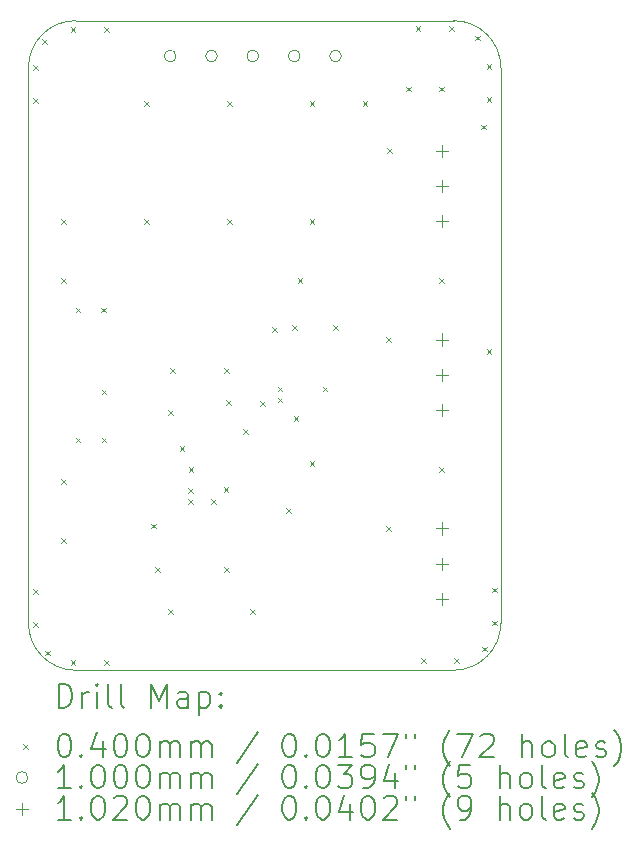
<source format=gbr>
%TF.GenerationSoftware,KiCad,Pcbnew,7.0.9*%
%TF.CreationDate,2023-11-20T14:24:11-06:00*%
%TF.ProjectId,Telemetry-Peripheral-SOM-Daughterboard-IMU,54656c65-6d65-4747-9279-2d5065726970,rev?*%
%TF.SameCoordinates,Original*%
%TF.FileFunction,Drillmap*%
%TF.FilePolarity,Positive*%
%FSLAX45Y45*%
G04 Gerber Fmt 4.5, Leading zero omitted, Abs format (unit mm)*
G04 Created by KiCad (PCBNEW 7.0.9) date 2023-11-20 14:24:11*
%MOMM*%
%LPD*%
G01*
G04 APERTURE LIST*
%ADD10C,0.100000*%
%ADD11C,0.200000*%
%ADD12C,0.102000*%
G04 APERTURE END LIST*
D10*
X18200000Y-11600000D02*
G75*
G03*
X18600000Y-11200000I0J400000D01*
G01*
X18600000Y-6500000D02*
G75*
G03*
X18200000Y-6100000I-400000J0D01*
G01*
X15000000Y-6100000D02*
G75*
G03*
X14600000Y-6500000I0J-400000D01*
G01*
X14600000Y-11200000D02*
G75*
G03*
X15000000Y-11600000I400000J0D01*
G01*
X14600000Y-11200000D02*
X14600000Y-6500000D01*
X15000000Y-6100000D02*
X18200000Y-6100000D01*
X18600000Y-6500000D02*
X18600000Y-11200000D01*
X18200000Y-11600000D02*
X15000000Y-11600000D01*
D11*
D10*
X14638383Y-6476256D02*
X14678383Y-6516256D01*
X14678383Y-6476256D02*
X14638383Y-6516256D01*
X14638383Y-6756256D02*
X14678383Y-6796256D01*
X14678383Y-6756256D02*
X14638383Y-6796256D01*
X14638553Y-10915564D02*
X14678553Y-10955564D01*
X14678553Y-10915564D02*
X14638553Y-10955564D01*
X14638553Y-11195564D02*
X14678553Y-11235564D01*
X14678553Y-11195564D02*
X14638553Y-11235564D01*
X14718383Y-6256256D02*
X14758383Y-6296256D01*
X14758383Y-6256256D02*
X14718383Y-6296256D01*
X14739418Y-11433761D02*
X14779418Y-11473761D01*
X14779418Y-11433761D02*
X14739418Y-11473761D01*
X14880000Y-7780000D02*
X14920000Y-7820000D01*
X14920000Y-7780000D02*
X14880000Y-7820000D01*
X14880000Y-8280000D02*
X14920000Y-8320000D01*
X14920000Y-8280000D02*
X14880000Y-8320000D01*
X14880000Y-9980000D02*
X14920000Y-10020000D01*
X14920000Y-9980000D02*
X14880000Y-10020000D01*
X14880000Y-10480000D02*
X14920000Y-10520000D01*
X14920000Y-10480000D02*
X14880000Y-10520000D01*
X14958383Y-6156256D02*
X14998383Y-6196256D01*
X14998383Y-6156256D02*
X14958383Y-6196256D01*
X14958553Y-11515564D02*
X14998553Y-11555564D01*
X14998553Y-11515564D02*
X14958553Y-11555564D01*
X15000000Y-8530000D02*
X15040000Y-8570000D01*
X15040000Y-8530000D02*
X15000000Y-8570000D01*
X15000000Y-9630000D02*
X15040000Y-9670000D01*
X15040000Y-9630000D02*
X15000000Y-9670000D01*
X15215000Y-8530000D02*
X15255000Y-8570000D01*
X15255000Y-8530000D02*
X15215000Y-8570000D01*
X15220000Y-9225000D02*
X15260000Y-9265000D01*
X15260000Y-9225000D02*
X15220000Y-9265000D01*
X15220000Y-9630000D02*
X15260000Y-9670000D01*
X15260000Y-9630000D02*
X15220000Y-9670000D01*
X15238383Y-6156256D02*
X15278383Y-6196256D01*
X15278383Y-6156256D02*
X15238383Y-6196256D01*
X15238553Y-11515564D02*
X15278553Y-11555564D01*
X15278553Y-11515564D02*
X15238553Y-11555564D01*
X15580000Y-6780000D02*
X15620000Y-6820000D01*
X15620000Y-6780000D02*
X15580000Y-6820000D01*
X15580000Y-7780000D02*
X15620000Y-7820000D01*
X15620000Y-7780000D02*
X15580000Y-7820000D01*
X15640000Y-10360000D02*
X15680000Y-10400000D01*
X15680000Y-10360000D02*
X15640000Y-10400000D01*
X15673140Y-10730000D02*
X15713140Y-10770000D01*
X15713140Y-10730000D02*
X15673140Y-10770000D01*
X15780000Y-9400000D02*
X15820000Y-9440000D01*
X15820000Y-9400000D02*
X15780000Y-9440000D01*
X15780000Y-11080000D02*
X15820000Y-11120000D01*
X15820000Y-11080000D02*
X15780000Y-11120000D01*
X15800000Y-9040000D02*
X15840000Y-9080000D01*
X15840000Y-9040000D02*
X15800000Y-9080000D01*
X15880000Y-9705000D02*
X15920000Y-9745000D01*
X15920000Y-9705000D02*
X15880000Y-9745000D01*
X15953951Y-10150147D02*
X15993951Y-10190147D01*
X15993951Y-10150147D02*
X15953951Y-10190147D01*
X15954723Y-10057500D02*
X15994723Y-10097500D01*
X15994723Y-10057500D02*
X15954723Y-10097500D01*
X15957350Y-9880000D02*
X15997350Y-9920000D01*
X15997350Y-9880000D02*
X15957350Y-9920000D01*
X16150000Y-10150000D02*
X16190000Y-10190000D01*
X16190000Y-10150000D02*
X16150000Y-10190000D01*
X16252650Y-10050000D02*
X16292650Y-10090000D01*
X16292650Y-10050000D02*
X16252650Y-10090000D01*
X16255000Y-10730000D02*
X16295000Y-10770000D01*
X16295000Y-10730000D02*
X16255000Y-10770000D01*
X16260000Y-9040000D02*
X16300000Y-9080000D01*
X16300000Y-9040000D02*
X16260000Y-9080000D01*
X16273646Y-9314569D02*
X16313646Y-9354569D01*
X16313646Y-9314569D02*
X16273646Y-9354569D01*
X16280000Y-6780000D02*
X16320000Y-6820000D01*
X16320000Y-6780000D02*
X16280000Y-6820000D01*
X16280000Y-7780000D02*
X16320000Y-7820000D01*
X16320000Y-7780000D02*
X16280000Y-7820000D01*
X16415000Y-9560000D02*
X16455000Y-9600000D01*
X16455000Y-9560000D02*
X16415000Y-9600000D01*
X16480000Y-11080000D02*
X16520000Y-11120000D01*
X16520000Y-11080000D02*
X16480000Y-11120000D01*
X16560000Y-9320000D02*
X16600000Y-9360000D01*
X16600000Y-9320000D02*
X16560000Y-9360000D01*
X16666364Y-8693636D02*
X16706364Y-8733636D01*
X16706364Y-8693636D02*
X16666364Y-8733636D01*
X16710000Y-9200000D02*
X16750000Y-9240000D01*
X16750000Y-9200000D02*
X16710000Y-9240000D01*
X16710000Y-9292650D02*
X16750000Y-9332650D01*
X16750000Y-9292650D02*
X16710000Y-9332650D01*
X16780000Y-10230000D02*
X16820000Y-10270000D01*
X16820000Y-10230000D02*
X16780000Y-10270000D01*
X16830000Y-8680000D02*
X16870000Y-8720000D01*
X16870000Y-8680000D02*
X16830000Y-8720000D01*
X16845000Y-9447450D02*
X16885000Y-9487450D01*
X16885000Y-9447450D02*
X16845000Y-9487450D01*
X16880000Y-8280000D02*
X16920000Y-8320000D01*
X16920000Y-8280000D02*
X16880000Y-8320000D01*
X16980000Y-6780000D02*
X17020000Y-6820000D01*
X17020000Y-6780000D02*
X16980000Y-6820000D01*
X16980000Y-7780000D02*
X17020000Y-7820000D01*
X17020000Y-7780000D02*
X16980000Y-7820000D01*
X16980000Y-9830000D02*
X17020000Y-9870000D01*
X17020000Y-9830000D02*
X16980000Y-9870000D01*
X17090000Y-9200000D02*
X17130000Y-9240000D01*
X17130000Y-9200000D02*
X17090000Y-9240000D01*
X17180000Y-8680000D02*
X17220000Y-8720000D01*
X17220000Y-8680000D02*
X17180000Y-8720000D01*
X17430000Y-6780000D02*
X17470000Y-6820000D01*
X17470000Y-6780000D02*
X17430000Y-6820000D01*
X17630000Y-8780000D02*
X17670000Y-8820000D01*
X17670000Y-8780000D02*
X17630000Y-8820000D01*
X17630000Y-10380000D02*
X17670000Y-10420000D01*
X17670000Y-10380000D02*
X17630000Y-10420000D01*
X17635000Y-7180000D02*
X17675000Y-7220000D01*
X17675000Y-7180000D02*
X17635000Y-7220000D01*
X17800000Y-6660000D02*
X17840000Y-6700000D01*
X17840000Y-6660000D02*
X17800000Y-6700000D01*
X17879383Y-6147522D02*
X17919383Y-6187522D01*
X17919383Y-6147522D02*
X17879383Y-6187522D01*
X17923607Y-11500309D02*
X17963607Y-11540309D01*
X17963607Y-11500309D02*
X17923607Y-11540309D01*
X18080000Y-6660000D02*
X18120000Y-6700000D01*
X18120000Y-6660000D02*
X18080000Y-6700000D01*
X18080000Y-8280000D02*
X18120000Y-8320000D01*
X18120000Y-8280000D02*
X18080000Y-8320000D01*
X18080000Y-9880000D02*
X18120000Y-9920000D01*
X18120000Y-9880000D02*
X18080000Y-9920000D01*
X18159383Y-6147522D02*
X18199383Y-6187522D01*
X18199383Y-6147522D02*
X18159383Y-6187522D01*
X18203607Y-11500309D02*
X18243607Y-11540309D01*
X18243607Y-11500309D02*
X18203607Y-11540309D01*
X18379383Y-6227522D02*
X18419383Y-6267522D01*
X18419383Y-6227522D02*
X18379383Y-6267522D01*
X18430000Y-6980000D02*
X18470000Y-7020000D01*
X18470000Y-6980000D02*
X18430000Y-7020000D01*
X18443607Y-11400309D02*
X18483607Y-11440309D01*
X18483607Y-11400309D02*
X18443607Y-11440309D01*
X18479383Y-6467522D02*
X18519383Y-6507522D01*
X18519383Y-6467522D02*
X18479383Y-6507522D01*
X18479383Y-6747522D02*
X18519383Y-6787522D01*
X18519383Y-6747522D02*
X18479383Y-6787522D01*
X18480000Y-8880000D02*
X18520000Y-8920000D01*
X18520000Y-8880000D02*
X18480000Y-8920000D01*
X18523607Y-10900310D02*
X18563607Y-10940310D01*
X18563607Y-10900310D02*
X18523607Y-10940310D01*
X18523607Y-11180310D02*
X18563607Y-11220309D01*
X18563607Y-11180310D02*
X18523607Y-11220309D01*
X15850000Y-6400000D02*
G75*
G03*
X15850000Y-6400000I-50000J0D01*
G01*
X16200000Y-6400000D02*
G75*
G03*
X16200000Y-6400000I-50000J0D01*
G01*
X16550000Y-6400000D02*
G75*
G03*
X16550000Y-6400000I-50000J0D01*
G01*
X16900000Y-6400000D02*
G75*
G03*
X16900000Y-6400000I-50000J0D01*
G01*
X17250000Y-6400000D02*
G75*
G03*
X17250000Y-6400000I-50000J0D01*
G01*
D12*
X18100000Y-7149000D02*
X18100000Y-7251000D01*
X18049000Y-7200000D02*
X18151000Y-7200000D01*
X18100000Y-7449000D02*
X18100000Y-7551000D01*
X18049000Y-7500000D02*
X18151000Y-7500000D01*
X18100000Y-7749000D02*
X18100000Y-7851000D01*
X18049000Y-7800000D02*
X18151000Y-7800000D01*
X18100000Y-8749000D02*
X18100000Y-8851000D01*
X18049000Y-8800000D02*
X18151000Y-8800000D01*
X18100000Y-9049000D02*
X18100000Y-9151000D01*
X18049000Y-9100000D02*
X18151000Y-9100000D01*
X18100000Y-9349000D02*
X18100000Y-9451000D01*
X18049000Y-9400000D02*
X18151000Y-9400000D01*
X18100000Y-10349000D02*
X18100000Y-10451000D01*
X18049000Y-10400000D02*
X18151000Y-10400000D01*
X18100000Y-10649000D02*
X18100000Y-10751000D01*
X18049000Y-10700000D02*
X18151000Y-10700000D01*
X18100000Y-10949000D02*
X18100000Y-11051000D01*
X18049000Y-11000000D02*
X18151000Y-11000000D01*
D11*
X14855777Y-11916484D02*
X14855777Y-11716484D01*
X14855777Y-11716484D02*
X14903396Y-11716484D01*
X14903396Y-11716484D02*
X14931967Y-11726008D01*
X14931967Y-11726008D02*
X14951015Y-11745055D01*
X14951015Y-11745055D02*
X14960539Y-11764103D01*
X14960539Y-11764103D02*
X14970062Y-11802198D01*
X14970062Y-11802198D02*
X14970062Y-11830769D01*
X14970062Y-11830769D02*
X14960539Y-11868865D01*
X14960539Y-11868865D02*
X14951015Y-11887912D01*
X14951015Y-11887912D02*
X14931967Y-11906960D01*
X14931967Y-11906960D02*
X14903396Y-11916484D01*
X14903396Y-11916484D02*
X14855777Y-11916484D01*
X15055777Y-11916484D02*
X15055777Y-11783150D01*
X15055777Y-11821246D02*
X15065301Y-11802198D01*
X15065301Y-11802198D02*
X15074824Y-11792674D01*
X15074824Y-11792674D02*
X15093872Y-11783150D01*
X15093872Y-11783150D02*
X15112920Y-11783150D01*
X15179586Y-11916484D02*
X15179586Y-11783150D01*
X15179586Y-11716484D02*
X15170062Y-11726008D01*
X15170062Y-11726008D02*
X15179586Y-11735531D01*
X15179586Y-11735531D02*
X15189110Y-11726008D01*
X15189110Y-11726008D02*
X15179586Y-11716484D01*
X15179586Y-11716484D02*
X15179586Y-11735531D01*
X15303396Y-11916484D02*
X15284348Y-11906960D01*
X15284348Y-11906960D02*
X15274824Y-11887912D01*
X15274824Y-11887912D02*
X15274824Y-11716484D01*
X15408158Y-11916484D02*
X15389110Y-11906960D01*
X15389110Y-11906960D02*
X15379586Y-11887912D01*
X15379586Y-11887912D02*
X15379586Y-11716484D01*
X15636729Y-11916484D02*
X15636729Y-11716484D01*
X15636729Y-11716484D02*
X15703396Y-11859341D01*
X15703396Y-11859341D02*
X15770062Y-11716484D01*
X15770062Y-11716484D02*
X15770062Y-11916484D01*
X15951015Y-11916484D02*
X15951015Y-11811722D01*
X15951015Y-11811722D02*
X15941491Y-11792674D01*
X15941491Y-11792674D02*
X15922443Y-11783150D01*
X15922443Y-11783150D02*
X15884348Y-11783150D01*
X15884348Y-11783150D02*
X15865301Y-11792674D01*
X15951015Y-11906960D02*
X15931967Y-11916484D01*
X15931967Y-11916484D02*
X15884348Y-11916484D01*
X15884348Y-11916484D02*
X15865301Y-11906960D01*
X15865301Y-11906960D02*
X15855777Y-11887912D01*
X15855777Y-11887912D02*
X15855777Y-11868865D01*
X15855777Y-11868865D02*
X15865301Y-11849817D01*
X15865301Y-11849817D02*
X15884348Y-11840293D01*
X15884348Y-11840293D02*
X15931967Y-11840293D01*
X15931967Y-11840293D02*
X15951015Y-11830769D01*
X16046253Y-11783150D02*
X16046253Y-11983150D01*
X16046253Y-11792674D02*
X16065301Y-11783150D01*
X16065301Y-11783150D02*
X16103396Y-11783150D01*
X16103396Y-11783150D02*
X16122443Y-11792674D01*
X16122443Y-11792674D02*
X16131967Y-11802198D01*
X16131967Y-11802198D02*
X16141491Y-11821246D01*
X16141491Y-11821246D02*
X16141491Y-11878388D01*
X16141491Y-11878388D02*
X16131967Y-11897436D01*
X16131967Y-11897436D02*
X16122443Y-11906960D01*
X16122443Y-11906960D02*
X16103396Y-11916484D01*
X16103396Y-11916484D02*
X16065301Y-11916484D01*
X16065301Y-11916484D02*
X16046253Y-11906960D01*
X16227205Y-11897436D02*
X16236729Y-11906960D01*
X16236729Y-11906960D02*
X16227205Y-11916484D01*
X16227205Y-11916484D02*
X16217682Y-11906960D01*
X16217682Y-11906960D02*
X16227205Y-11897436D01*
X16227205Y-11897436D02*
X16227205Y-11916484D01*
X16227205Y-11792674D02*
X16236729Y-11802198D01*
X16236729Y-11802198D02*
X16227205Y-11811722D01*
X16227205Y-11811722D02*
X16217682Y-11802198D01*
X16217682Y-11802198D02*
X16227205Y-11792674D01*
X16227205Y-11792674D02*
X16227205Y-11811722D01*
D10*
X14555000Y-12225000D02*
X14595000Y-12265000D01*
X14595000Y-12225000D02*
X14555000Y-12265000D01*
D11*
X14893872Y-12136484D02*
X14912920Y-12136484D01*
X14912920Y-12136484D02*
X14931967Y-12146008D01*
X14931967Y-12146008D02*
X14941491Y-12155531D01*
X14941491Y-12155531D02*
X14951015Y-12174579D01*
X14951015Y-12174579D02*
X14960539Y-12212674D01*
X14960539Y-12212674D02*
X14960539Y-12260293D01*
X14960539Y-12260293D02*
X14951015Y-12298388D01*
X14951015Y-12298388D02*
X14941491Y-12317436D01*
X14941491Y-12317436D02*
X14931967Y-12326960D01*
X14931967Y-12326960D02*
X14912920Y-12336484D01*
X14912920Y-12336484D02*
X14893872Y-12336484D01*
X14893872Y-12336484D02*
X14874824Y-12326960D01*
X14874824Y-12326960D02*
X14865301Y-12317436D01*
X14865301Y-12317436D02*
X14855777Y-12298388D01*
X14855777Y-12298388D02*
X14846253Y-12260293D01*
X14846253Y-12260293D02*
X14846253Y-12212674D01*
X14846253Y-12212674D02*
X14855777Y-12174579D01*
X14855777Y-12174579D02*
X14865301Y-12155531D01*
X14865301Y-12155531D02*
X14874824Y-12146008D01*
X14874824Y-12146008D02*
X14893872Y-12136484D01*
X15046253Y-12317436D02*
X15055777Y-12326960D01*
X15055777Y-12326960D02*
X15046253Y-12336484D01*
X15046253Y-12336484D02*
X15036729Y-12326960D01*
X15036729Y-12326960D02*
X15046253Y-12317436D01*
X15046253Y-12317436D02*
X15046253Y-12336484D01*
X15227205Y-12203150D02*
X15227205Y-12336484D01*
X15179586Y-12126960D02*
X15131967Y-12269817D01*
X15131967Y-12269817D02*
X15255777Y-12269817D01*
X15370062Y-12136484D02*
X15389110Y-12136484D01*
X15389110Y-12136484D02*
X15408158Y-12146008D01*
X15408158Y-12146008D02*
X15417682Y-12155531D01*
X15417682Y-12155531D02*
X15427205Y-12174579D01*
X15427205Y-12174579D02*
X15436729Y-12212674D01*
X15436729Y-12212674D02*
X15436729Y-12260293D01*
X15436729Y-12260293D02*
X15427205Y-12298388D01*
X15427205Y-12298388D02*
X15417682Y-12317436D01*
X15417682Y-12317436D02*
X15408158Y-12326960D01*
X15408158Y-12326960D02*
X15389110Y-12336484D01*
X15389110Y-12336484D02*
X15370062Y-12336484D01*
X15370062Y-12336484D02*
X15351015Y-12326960D01*
X15351015Y-12326960D02*
X15341491Y-12317436D01*
X15341491Y-12317436D02*
X15331967Y-12298388D01*
X15331967Y-12298388D02*
X15322443Y-12260293D01*
X15322443Y-12260293D02*
X15322443Y-12212674D01*
X15322443Y-12212674D02*
X15331967Y-12174579D01*
X15331967Y-12174579D02*
X15341491Y-12155531D01*
X15341491Y-12155531D02*
X15351015Y-12146008D01*
X15351015Y-12146008D02*
X15370062Y-12136484D01*
X15560539Y-12136484D02*
X15579586Y-12136484D01*
X15579586Y-12136484D02*
X15598634Y-12146008D01*
X15598634Y-12146008D02*
X15608158Y-12155531D01*
X15608158Y-12155531D02*
X15617682Y-12174579D01*
X15617682Y-12174579D02*
X15627205Y-12212674D01*
X15627205Y-12212674D02*
X15627205Y-12260293D01*
X15627205Y-12260293D02*
X15617682Y-12298388D01*
X15617682Y-12298388D02*
X15608158Y-12317436D01*
X15608158Y-12317436D02*
X15598634Y-12326960D01*
X15598634Y-12326960D02*
X15579586Y-12336484D01*
X15579586Y-12336484D02*
X15560539Y-12336484D01*
X15560539Y-12336484D02*
X15541491Y-12326960D01*
X15541491Y-12326960D02*
X15531967Y-12317436D01*
X15531967Y-12317436D02*
X15522443Y-12298388D01*
X15522443Y-12298388D02*
X15512920Y-12260293D01*
X15512920Y-12260293D02*
X15512920Y-12212674D01*
X15512920Y-12212674D02*
X15522443Y-12174579D01*
X15522443Y-12174579D02*
X15531967Y-12155531D01*
X15531967Y-12155531D02*
X15541491Y-12146008D01*
X15541491Y-12146008D02*
X15560539Y-12136484D01*
X15712920Y-12336484D02*
X15712920Y-12203150D01*
X15712920Y-12222198D02*
X15722443Y-12212674D01*
X15722443Y-12212674D02*
X15741491Y-12203150D01*
X15741491Y-12203150D02*
X15770063Y-12203150D01*
X15770063Y-12203150D02*
X15789110Y-12212674D01*
X15789110Y-12212674D02*
X15798634Y-12231722D01*
X15798634Y-12231722D02*
X15798634Y-12336484D01*
X15798634Y-12231722D02*
X15808158Y-12212674D01*
X15808158Y-12212674D02*
X15827205Y-12203150D01*
X15827205Y-12203150D02*
X15855777Y-12203150D01*
X15855777Y-12203150D02*
X15874824Y-12212674D01*
X15874824Y-12212674D02*
X15884348Y-12231722D01*
X15884348Y-12231722D02*
X15884348Y-12336484D01*
X15979586Y-12336484D02*
X15979586Y-12203150D01*
X15979586Y-12222198D02*
X15989110Y-12212674D01*
X15989110Y-12212674D02*
X16008158Y-12203150D01*
X16008158Y-12203150D02*
X16036729Y-12203150D01*
X16036729Y-12203150D02*
X16055777Y-12212674D01*
X16055777Y-12212674D02*
X16065301Y-12231722D01*
X16065301Y-12231722D02*
X16065301Y-12336484D01*
X16065301Y-12231722D02*
X16074824Y-12212674D01*
X16074824Y-12212674D02*
X16093872Y-12203150D01*
X16093872Y-12203150D02*
X16122443Y-12203150D01*
X16122443Y-12203150D02*
X16141491Y-12212674D01*
X16141491Y-12212674D02*
X16151015Y-12231722D01*
X16151015Y-12231722D02*
X16151015Y-12336484D01*
X16541491Y-12126960D02*
X16370063Y-12384103D01*
X16798634Y-12136484D02*
X16817682Y-12136484D01*
X16817682Y-12136484D02*
X16836729Y-12146008D01*
X16836729Y-12146008D02*
X16846253Y-12155531D01*
X16846253Y-12155531D02*
X16855777Y-12174579D01*
X16855777Y-12174579D02*
X16865301Y-12212674D01*
X16865301Y-12212674D02*
X16865301Y-12260293D01*
X16865301Y-12260293D02*
X16855777Y-12298388D01*
X16855777Y-12298388D02*
X16846253Y-12317436D01*
X16846253Y-12317436D02*
X16836729Y-12326960D01*
X16836729Y-12326960D02*
X16817682Y-12336484D01*
X16817682Y-12336484D02*
X16798634Y-12336484D01*
X16798634Y-12336484D02*
X16779587Y-12326960D01*
X16779587Y-12326960D02*
X16770063Y-12317436D01*
X16770063Y-12317436D02*
X16760539Y-12298388D01*
X16760539Y-12298388D02*
X16751015Y-12260293D01*
X16751015Y-12260293D02*
X16751015Y-12212674D01*
X16751015Y-12212674D02*
X16760539Y-12174579D01*
X16760539Y-12174579D02*
X16770063Y-12155531D01*
X16770063Y-12155531D02*
X16779587Y-12146008D01*
X16779587Y-12146008D02*
X16798634Y-12136484D01*
X16951015Y-12317436D02*
X16960539Y-12326960D01*
X16960539Y-12326960D02*
X16951015Y-12336484D01*
X16951015Y-12336484D02*
X16941491Y-12326960D01*
X16941491Y-12326960D02*
X16951015Y-12317436D01*
X16951015Y-12317436D02*
X16951015Y-12336484D01*
X17084348Y-12136484D02*
X17103396Y-12136484D01*
X17103396Y-12136484D02*
X17122444Y-12146008D01*
X17122444Y-12146008D02*
X17131968Y-12155531D01*
X17131968Y-12155531D02*
X17141491Y-12174579D01*
X17141491Y-12174579D02*
X17151015Y-12212674D01*
X17151015Y-12212674D02*
X17151015Y-12260293D01*
X17151015Y-12260293D02*
X17141491Y-12298388D01*
X17141491Y-12298388D02*
X17131968Y-12317436D01*
X17131968Y-12317436D02*
X17122444Y-12326960D01*
X17122444Y-12326960D02*
X17103396Y-12336484D01*
X17103396Y-12336484D02*
X17084348Y-12336484D01*
X17084348Y-12336484D02*
X17065301Y-12326960D01*
X17065301Y-12326960D02*
X17055777Y-12317436D01*
X17055777Y-12317436D02*
X17046253Y-12298388D01*
X17046253Y-12298388D02*
X17036729Y-12260293D01*
X17036729Y-12260293D02*
X17036729Y-12212674D01*
X17036729Y-12212674D02*
X17046253Y-12174579D01*
X17046253Y-12174579D02*
X17055777Y-12155531D01*
X17055777Y-12155531D02*
X17065301Y-12146008D01*
X17065301Y-12146008D02*
X17084348Y-12136484D01*
X17341491Y-12336484D02*
X17227206Y-12336484D01*
X17284348Y-12336484D02*
X17284348Y-12136484D01*
X17284348Y-12136484D02*
X17265301Y-12165055D01*
X17265301Y-12165055D02*
X17246253Y-12184103D01*
X17246253Y-12184103D02*
X17227206Y-12193627D01*
X17522444Y-12136484D02*
X17427206Y-12136484D01*
X17427206Y-12136484D02*
X17417682Y-12231722D01*
X17417682Y-12231722D02*
X17427206Y-12222198D01*
X17427206Y-12222198D02*
X17446253Y-12212674D01*
X17446253Y-12212674D02*
X17493872Y-12212674D01*
X17493872Y-12212674D02*
X17512920Y-12222198D01*
X17512920Y-12222198D02*
X17522444Y-12231722D01*
X17522444Y-12231722D02*
X17531968Y-12250769D01*
X17531968Y-12250769D02*
X17531968Y-12298388D01*
X17531968Y-12298388D02*
X17522444Y-12317436D01*
X17522444Y-12317436D02*
X17512920Y-12326960D01*
X17512920Y-12326960D02*
X17493872Y-12336484D01*
X17493872Y-12336484D02*
X17446253Y-12336484D01*
X17446253Y-12336484D02*
X17427206Y-12326960D01*
X17427206Y-12326960D02*
X17417682Y-12317436D01*
X17598634Y-12136484D02*
X17731968Y-12136484D01*
X17731968Y-12136484D02*
X17646253Y-12336484D01*
X17798634Y-12136484D02*
X17798634Y-12174579D01*
X17874825Y-12136484D02*
X17874825Y-12174579D01*
X18170063Y-12412674D02*
X18160539Y-12403150D01*
X18160539Y-12403150D02*
X18141491Y-12374579D01*
X18141491Y-12374579D02*
X18131968Y-12355531D01*
X18131968Y-12355531D02*
X18122444Y-12326960D01*
X18122444Y-12326960D02*
X18112920Y-12279341D01*
X18112920Y-12279341D02*
X18112920Y-12241246D01*
X18112920Y-12241246D02*
X18122444Y-12193627D01*
X18122444Y-12193627D02*
X18131968Y-12165055D01*
X18131968Y-12165055D02*
X18141491Y-12146008D01*
X18141491Y-12146008D02*
X18160539Y-12117436D01*
X18160539Y-12117436D02*
X18170063Y-12107912D01*
X18227206Y-12136484D02*
X18360539Y-12136484D01*
X18360539Y-12136484D02*
X18274825Y-12336484D01*
X18427206Y-12155531D02*
X18436730Y-12146008D01*
X18436730Y-12146008D02*
X18455777Y-12136484D01*
X18455777Y-12136484D02*
X18503396Y-12136484D01*
X18503396Y-12136484D02*
X18522444Y-12146008D01*
X18522444Y-12146008D02*
X18531968Y-12155531D01*
X18531968Y-12155531D02*
X18541491Y-12174579D01*
X18541491Y-12174579D02*
X18541491Y-12193627D01*
X18541491Y-12193627D02*
X18531968Y-12222198D01*
X18531968Y-12222198D02*
X18417682Y-12336484D01*
X18417682Y-12336484D02*
X18541491Y-12336484D01*
X18779587Y-12336484D02*
X18779587Y-12136484D01*
X18865301Y-12336484D02*
X18865301Y-12231722D01*
X18865301Y-12231722D02*
X18855777Y-12212674D01*
X18855777Y-12212674D02*
X18836730Y-12203150D01*
X18836730Y-12203150D02*
X18808158Y-12203150D01*
X18808158Y-12203150D02*
X18789111Y-12212674D01*
X18789111Y-12212674D02*
X18779587Y-12222198D01*
X18989111Y-12336484D02*
X18970063Y-12326960D01*
X18970063Y-12326960D02*
X18960539Y-12317436D01*
X18960539Y-12317436D02*
X18951015Y-12298388D01*
X18951015Y-12298388D02*
X18951015Y-12241246D01*
X18951015Y-12241246D02*
X18960539Y-12222198D01*
X18960539Y-12222198D02*
X18970063Y-12212674D01*
X18970063Y-12212674D02*
X18989111Y-12203150D01*
X18989111Y-12203150D02*
X19017682Y-12203150D01*
X19017682Y-12203150D02*
X19036730Y-12212674D01*
X19036730Y-12212674D02*
X19046253Y-12222198D01*
X19046253Y-12222198D02*
X19055777Y-12241246D01*
X19055777Y-12241246D02*
X19055777Y-12298388D01*
X19055777Y-12298388D02*
X19046253Y-12317436D01*
X19046253Y-12317436D02*
X19036730Y-12326960D01*
X19036730Y-12326960D02*
X19017682Y-12336484D01*
X19017682Y-12336484D02*
X18989111Y-12336484D01*
X19170063Y-12336484D02*
X19151015Y-12326960D01*
X19151015Y-12326960D02*
X19141492Y-12307912D01*
X19141492Y-12307912D02*
X19141492Y-12136484D01*
X19322444Y-12326960D02*
X19303396Y-12336484D01*
X19303396Y-12336484D02*
X19265301Y-12336484D01*
X19265301Y-12336484D02*
X19246253Y-12326960D01*
X19246253Y-12326960D02*
X19236730Y-12307912D01*
X19236730Y-12307912D02*
X19236730Y-12231722D01*
X19236730Y-12231722D02*
X19246253Y-12212674D01*
X19246253Y-12212674D02*
X19265301Y-12203150D01*
X19265301Y-12203150D02*
X19303396Y-12203150D01*
X19303396Y-12203150D02*
X19322444Y-12212674D01*
X19322444Y-12212674D02*
X19331968Y-12231722D01*
X19331968Y-12231722D02*
X19331968Y-12250769D01*
X19331968Y-12250769D02*
X19236730Y-12269817D01*
X19408158Y-12326960D02*
X19427206Y-12336484D01*
X19427206Y-12336484D02*
X19465301Y-12336484D01*
X19465301Y-12336484D02*
X19484349Y-12326960D01*
X19484349Y-12326960D02*
X19493873Y-12307912D01*
X19493873Y-12307912D02*
X19493873Y-12298388D01*
X19493873Y-12298388D02*
X19484349Y-12279341D01*
X19484349Y-12279341D02*
X19465301Y-12269817D01*
X19465301Y-12269817D02*
X19436730Y-12269817D01*
X19436730Y-12269817D02*
X19417682Y-12260293D01*
X19417682Y-12260293D02*
X19408158Y-12241246D01*
X19408158Y-12241246D02*
X19408158Y-12231722D01*
X19408158Y-12231722D02*
X19417682Y-12212674D01*
X19417682Y-12212674D02*
X19436730Y-12203150D01*
X19436730Y-12203150D02*
X19465301Y-12203150D01*
X19465301Y-12203150D02*
X19484349Y-12212674D01*
X19560539Y-12412674D02*
X19570063Y-12403150D01*
X19570063Y-12403150D02*
X19589111Y-12374579D01*
X19589111Y-12374579D02*
X19598634Y-12355531D01*
X19598634Y-12355531D02*
X19608158Y-12326960D01*
X19608158Y-12326960D02*
X19617682Y-12279341D01*
X19617682Y-12279341D02*
X19617682Y-12241246D01*
X19617682Y-12241246D02*
X19608158Y-12193627D01*
X19608158Y-12193627D02*
X19598634Y-12165055D01*
X19598634Y-12165055D02*
X19589111Y-12146008D01*
X19589111Y-12146008D02*
X19570063Y-12117436D01*
X19570063Y-12117436D02*
X19560539Y-12107912D01*
D10*
X14595000Y-12509000D02*
G75*
G03*
X14595000Y-12509000I-50000J0D01*
G01*
D11*
X14960539Y-12600484D02*
X14846253Y-12600484D01*
X14903396Y-12600484D02*
X14903396Y-12400484D01*
X14903396Y-12400484D02*
X14884348Y-12429055D01*
X14884348Y-12429055D02*
X14865301Y-12448103D01*
X14865301Y-12448103D02*
X14846253Y-12457627D01*
X15046253Y-12581436D02*
X15055777Y-12590960D01*
X15055777Y-12590960D02*
X15046253Y-12600484D01*
X15046253Y-12600484D02*
X15036729Y-12590960D01*
X15036729Y-12590960D02*
X15046253Y-12581436D01*
X15046253Y-12581436D02*
X15046253Y-12600484D01*
X15179586Y-12400484D02*
X15198634Y-12400484D01*
X15198634Y-12400484D02*
X15217682Y-12410008D01*
X15217682Y-12410008D02*
X15227205Y-12419531D01*
X15227205Y-12419531D02*
X15236729Y-12438579D01*
X15236729Y-12438579D02*
X15246253Y-12476674D01*
X15246253Y-12476674D02*
X15246253Y-12524293D01*
X15246253Y-12524293D02*
X15236729Y-12562388D01*
X15236729Y-12562388D02*
X15227205Y-12581436D01*
X15227205Y-12581436D02*
X15217682Y-12590960D01*
X15217682Y-12590960D02*
X15198634Y-12600484D01*
X15198634Y-12600484D02*
X15179586Y-12600484D01*
X15179586Y-12600484D02*
X15160539Y-12590960D01*
X15160539Y-12590960D02*
X15151015Y-12581436D01*
X15151015Y-12581436D02*
X15141491Y-12562388D01*
X15141491Y-12562388D02*
X15131967Y-12524293D01*
X15131967Y-12524293D02*
X15131967Y-12476674D01*
X15131967Y-12476674D02*
X15141491Y-12438579D01*
X15141491Y-12438579D02*
X15151015Y-12419531D01*
X15151015Y-12419531D02*
X15160539Y-12410008D01*
X15160539Y-12410008D02*
X15179586Y-12400484D01*
X15370062Y-12400484D02*
X15389110Y-12400484D01*
X15389110Y-12400484D02*
X15408158Y-12410008D01*
X15408158Y-12410008D02*
X15417682Y-12419531D01*
X15417682Y-12419531D02*
X15427205Y-12438579D01*
X15427205Y-12438579D02*
X15436729Y-12476674D01*
X15436729Y-12476674D02*
X15436729Y-12524293D01*
X15436729Y-12524293D02*
X15427205Y-12562388D01*
X15427205Y-12562388D02*
X15417682Y-12581436D01*
X15417682Y-12581436D02*
X15408158Y-12590960D01*
X15408158Y-12590960D02*
X15389110Y-12600484D01*
X15389110Y-12600484D02*
X15370062Y-12600484D01*
X15370062Y-12600484D02*
X15351015Y-12590960D01*
X15351015Y-12590960D02*
X15341491Y-12581436D01*
X15341491Y-12581436D02*
X15331967Y-12562388D01*
X15331967Y-12562388D02*
X15322443Y-12524293D01*
X15322443Y-12524293D02*
X15322443Y-12476674D01*
X15322443Y-12476674D02*
X15331967Y-12438579D01*
X15331967Y-12438579D02*
X15341491Y-12419531D01*
X15341491Y-12419531D02*
X15351015Y-12410008D01*
X15351015Y-12410008D02*
X15370062Y-12400484D01*
X15560539Y-12400484D02*
X15579586Y-12400484D01*
X15579586Y-12400484D02*
X15598634Y-12410008D01*
X15598634Y-12410008D02*
X15608158Y-12419531D01*
X15608158Y-12419531D02*
X15617682Y-12438579D01*
X15617682Y-12438579D02*
X15627205Y-12476674D01*
X15627205Y-12476674D02*
X15627205Y-12524293D01*
X15627205Y-12524293D02*
X15617682Y-12562388D01*
X15617682Y-12562388D02*
X15608158Y-12581436D01*
X15608158Y-12581436D02*
X15598634Y-12590960D01*
X15598634Y-12590960D02*
X15579586Y-12600484D01*
X15579586Y-12600484D02*
X15560539Y-12600484D01*
X15560539Y-12600484D02*
X15541491Y-12590960D01*
X15541491Y-12590960D02*
X15531967Y-12581436D01*
X15531967Y-12581436D02*
X15522443Y-12562388D01*
X15522443Y-12562388D02*
X15512920Y-12524293D01*
X15512920Y-12524293D02*
X15512920Y-12476674D01*
X15512920Y-12476674D02*
X15522443Y-12438579D01*
X15522443Y-12438579D02*
X15531967Y-12419531D01*
X15531967Y-12419531D02*
X15541491Y-12410008D01*
X15541491Y-12410008D02*
X15560539Y-12400484D01*
X15712920Y-12600484D02*
X15712920Y-12467150D01*
X15712920Y-12486198D02*
X15722443Y-12476674D01*
X15722443Y-12476674D02*
X15741491Y-12467150D01*
X15741491Y-12467150D02*
X15770063Y-12467150D01*
X15770063Y-12467150D02*
X15789110Y-12476674D01*
X15789110Y-12476674D02*
X15798634Y-12495722D01*
X15798634Y-12495722D02*
X15798634Y-12600484D01*
X15798634Y-12495722D02*
X15808158Y-12476674D01*
X15808158Y-12476674D02*
X15827205Y-12467150D01*
X15827205Y-12467150D02*
X15855777Y-12467150D01*
X15855777Y-12467150D02*
X15874824Y-12476674D01*
X15874824Y-12476674D02*
X15884348Y-12495722D01*
X15884348Y-12495722D02*
X15884348Y-12600484D01*
X15979586Y-12600484D02*
X15979586Y-12467150D01*
X15979586Y-12486198D02*
X15989110Y-12476674D01*
X15989110Y-12476674D02*
X16008158Y-12467150D01*
X16008158Y-12467150D02*
X16036729Y-12467150D01*
X16036729Y-12467150D02*
X16055777Y-12476674D01*
X16055777Y-12476674D02*
X16065301Y-12495722D01*
X16065301Y-12495722D02*
X16065301Y-12600484D01*
X16065301Y-12495722D02*
X16074824Y-12476674D01*
X16074824Y-12476674D02*
X16093872Y-12467150D01*
X16093872Y-12467150D02*
X16122443Y-12467150D01*
X16122443Y-12467150D02*
X16141491Y-12476674D01*
X16141491Y-12476674D02*
X16151015Y-12495722D01*
X16151015Y-12495722D02*
X16151015Y-12600484D01*
X16541491Y-12390960D02*
X16370063Y-12648103D01*
X16798634Y-12400484D02*
X16817682Y-12400484D01*
X16817682Y-12400484D02*
X16836729Y-12410008D01*
X16836729Y-12410008D02*
X16846253Y-12419531D01*
X16846253Y-12419531D02*
X16855777Y-12438579D01*
X16855777Y-12438579D02*
X16865301Y-12476674D01*
X16865301Y-12476674D02*
X16865301Y-12524293D01*
X16865301Y-12524293D02*
X16855777Y-12562388D01*
X16855777Y-12562388D02*
X16846253Y-12581436D01*
X16846253Y-12581436D02*
X16836729Y-12590960D01*
X16836729Y-12590960D02*
X16817682Y-12600484D01*
X16817682Y-12600484D02*
X16798634Y-12600484D01*
X16798634Y-12600484D02*
X16779587Y-12590960D01*
X16779587Y-12590960D02*
X16770063Y-12581436D01*
X16770063Y-12581436D02*
X16760539Y-12562388D01*
X16760539Y-12562388D02*
X16751015Y-12524293D01*
X16751015Y-12524293D02*
X16751015Y-12476674D01*
X16751015Y-12476674D02*
X16760539Y-12438579D01*
X16760539Y-12438579D02*
X16770063Y-12419531D01*
X16770063Y-12419531D02*
X16779587Y-12410008D01*
X16779587Y-12410008D02*
X16798634Y-12400484D01*
X16951015Y-12581436D02*
X16960539Y-12590960D01*
X16960539Y-12590960D02*
X16951015Y-12600484D01*
X16951015Y-12600484D02*
X16941491Y-12590960D01*
X16941491Y-12590960D02*
X16951015Y-12581436D01*
X16951015Y-12581436D02*
X16951015Y-12600484D01*
X17084348Y-12400484D02*
X17103396Y-12400484D01*
X17103396Y-12400484D02*
X17122444Y-12410008D01*
X17122444Y-12410008D02*
X17131968Y-12419531D01*
X17131968Y-12419531D02*
X17141491Y-12438579D01*
X17141491Y-12438579D02*
X17151015Y-12476674D01*
X17151015Y-12476674D02*
X17151015Y-12524293D01*
X17151015Y-12524293D02*
X17141491Y-12562388D01*
X17141491Y-12562388D02*
X17131968Y-12581436D01*
X17131968Y-12581436D02*
X17122444Y-12590960D01*
X17122444Y-12590960D02*
X17103396Y-12600484D01*
X17103396Y-12600484D02*
X17084348Y-12600484D01*
X17084348Y-12600484D02*
X17065301Y-12590960D01*
X17065301Y-12590960D02*
X17055777Y-12581436D01*
X17055777Y-12581436D02*
X17046253Y-12562388D01*
X17046253Y-12562388D02*
X17036729Y-12524293D01*
X17036729Y-12524293D02*
X17036729Y-12476674D01*
X17036729Y-12476674D02*
X17046253Y-12438579D01*
X17046253Y-12438579D02*
X17055777Y-12419531D01*
X17055777Y-12419531D02*
X17065301Y-12410008D01*
X17065301Y-12410008D02*
X17084348Y-12400484D01*
X17217682Y-12400484D02*
X17341491Y-12400484D01*
X17341491Y-12400484D02*
X17274825Y-12476674D01*
X17274825Y-12476674D02*
X17303396Y-12476674D01*
X17303396Y-12476674D02*
X17322444Y-12486198D01*
X17322444Y-12486198D02*
X17331968Y-12495722D01*
X17331968Y-12495722D02*
X17341491Y-12514769D01*
X17341491Y-12514769D02*
X17341491Y-12562388D01*
X17341491Y-12562388D02*
X17331968Y-12581436D01*
X17331968Y-12581436D02*
X17322444Y-12590960D01*
X17322444Y-12590960D02*
X17303396Y-12600484D01*
X17303396Y-12600484D02*
X17246253Y-12600484D01*
X17246253Y-12600484D02*
X17227206Y-12590960D01*
X17227206Y-12590960D02*
X17217682Y-12581436D01*
X17436729Y-12600484D02*
X17474825Y-12600484D01*
X17474825Y-12600484D02*
X17493872Y-12590960D01*
X17493872Y-12590960D02*
X17503396Y-12581436D01*
X17503396Y-12581436D02*
X17522444Y-12552865D01*
X17522444Y-12552865D02*
X17531968Y-12514769D01*
X17531968Y-12514769D02*
X17531968Y-12438579D01*
X17531968Y-12438579D02*
X17522444Y-12419531D01*
X17522444Y-12419531D02*
X17512920Y-12410008D01*
X17512920Y-12410008D02*
X17493872Y-12400484D01*
X17493872Y-12400484D02*
X17455777Y-12400484D01*
X17455777Y-12400484D02*
X17436729Y-12410008D01*
X17436729Y-12410008D02*
X17427206Y-12419531D01*
X17427206Y-12419531D02*
X17417682Y-12438579D01*
X17417682Y-12438579D02*
X17417682Y-12486198D01*
X17417682Y-12486198D02*
X17427206Y-12505246D01*
X17427206Y-12505246D02*
X17436729Y-12514769D01*
X17436729Y-12514769D02*
X17455777Y-12524293D01*
X17455777Y-12524293D02*
X17493872Y-12524293D01*
X17493872Y-12524293D02*
X17512920Y-12514769D01*
X17512920Y-12514769D02*
X17522444Y-12505246D01*
X17522444Y-12505246D02*
X17531968Y-12486198D01*
X17703396Y-12467150D02*
X17703396Y-12600484D01*
X17655777Y-12390960D02*
X17608158Y-12533817D01*
X17608158Y-12533817D02*
X17731968Y-12533817D01*
X17798634Y-12400484D02*
X17798634Y-12438579D01*
X17874825Y-12400484D02*
X17874825Y-12438579D01*
X18170063Y-12676674D02*
X18160539Y-12667150D01*
X18160539Y-12667150D02*
X18141491Y-12638579D01*
X18141491Y-12638579D02*
X18131968Y-12619531D01*
X18131968Y-12619531D02*
X18122444Y-12590960D01*
X18122444Y-12590960D02*
X18112920Y-12543341D01*
X18112920Y-12543341D02*
X18112920Y-12505246D01*
X18112920Y-12505246D02*
X18122444Y-12457627D01*
X18122444Y-12457627D02*
X18131968Y-12429055D01*
X18131968Y-12429055D02*
X18141491Y-12410008D01*
X18141491Y-12410008D02*
X18160539Y-12381436D01*
X18160539Y-12381436D02*
X18170063Y-12371912D01*
X18341491Y-12400484D02*
X18246253Y-12400484D01*
X18246253Y-12400484D02*
X18236730Y-12495722D01*
X18236730Y-12495722D02*
X18246253Y-12486198D01*
X18246253Y-12486198D02*
X18265301Y-12476674D01*
X18265301Y-12476674D02*
X18312920Y-12476674D01*
X18312920Y-12476674D02*
X18331968Y-12486198D01*
X18331968Y-12486198D02*
X18341491Y-12495722D01*
X18341491Y-12495722D02*
X18351015Y-12514769D01*
X18351015Y-12514769D02*
X18351015Y-12562388D01*
X18351015Y-12562388D02*
X18341491Y-12581436D01*
X18341491Y-12581436D02*
X18331968Y-12590960D01*
X18331968Y-12590960D02*
X18312920Y-12600484D01*
X18312920Y-12600484D02*
X18265301Y-12600484D01*
X18265301Y-12600484D02*
X18246253Y-12590960D01*
X18246253Y-12590960D02*
X18236730Y-12581436D01*
X18589111Y-12600484D02*
X18589111Y-12400484D01*
X18674825Y-12600484D02*
X18674825Y-12495722D01*
X18674825Y-12495722D02*
X18665301Y-12476674D01*
X18665301Y-12476674D02*
X18646253Y-12467150D01*
X18646253Y-12467150D02*
X18617682Y-12467150D01*
X18617682Y-12467150D02*
X18598634Y-12476674D01*
X18598634Y-12476674D02*
X18589111Y-12486198D01*
X18798634Y-12600484D02*
X18779587Y-12590960D01*
X18779587Y-12590960D02*
X18770063Y-12581436D01*
X18770063Y-12581436D02*
X18760539Y-12562388D01*
X18760539Y-12562388D02*
X18760539Y-12505246D01*
X18760539Y-12505246D02*
X18770063Y-12486198D01*
X18770063Y-12486198D02*
X18779587Y-12476674D01*
X18779587Y-12476674D02*
X18798634Y-12467150D01*
X18798634Y-12467150D02*
X18827206Y-12467150D01*
X18827206Y-12467150D02*
X18846253Y-12476674D01*
X18846253Y-12476674D02*
X18855777Y-12486198D01*
X18855777Y-12486198D02*
X18865301Y-12505246D01*
X18865301Y-12505246D02*
X18865301Y-12562388D01*
X18865301Y-12562388D02*
X18855777Y-12581436D01*
X18855777Y-12581436D02*
X18846253Y-12590960D01*
X18846253Y-12590960D02*
X18827206Y-12600484D01*
X18827206Y-12600484D02*
X18798634Y-12600484D01*
X18979587Y-12600484D02*
X18960539Y-12590960D01*
X18960539Y-12590960D02*
X18951015Y-12571912D01*
X18951015Y-12571912D02*
X18951015Y-12400484D01*
X19131968Y-12590960D02*
X19112920Y-12600484D01*
X19112920Y-12600484D02*
X19074825Y-12600484D01*
X19074825Y-12600484D02*
X19055777Y-12590960D01*
X19055777Y-12590960D02*
X19046253Y-12571912D01*
X19046253Y-12571912D02*
X19046253Y-12495722D01*
X19046253Y-12495722D02*
X19055777Y-12476674D01*
X19055777Y-12476674D02*
X19074825Y-12467150D01*
X19074825Y-12467150D02*
X19112920Y-12467150D01*
X19112920Y-12467150D02*
X19131968Y-12476674D01*
X19131968Y-12476674D02*
X19141492Y-12495722D01*
X19141492Y-12495722D02*
X19141492Y-12514769D01*
X19141492Y-12514769D02*
X19046253Y-12533817D01*
X19217682Y-12590960D02*
X19236730Y-12600484D01*
X19236730Y-12600484D02*
X19274825Y-12600484D01*
X19274825Y-12600484D02*
X19293873Y-12590960D01*
X19293873Y-12590960D02*
X19303396Y-12571912D01*
X19303396Y-12571912D02*
X19303396Y-12562388D01*
X19303396Y-12562388D02*
X19293873Y-12543341D01*
X19293873Y-12543341D02*
X19274825Y-12533817D01*
X19274825Y-12533817D02*
X19246253Y-12533817D01*
X19246253Y-12533817D02*
X19227206Y-12524293D01*
X19227206Y-12524293D02*
X19217682Y-12505246D01*
X19217682Y-12505246D02*
X19217682Y-12495722D01*
X19217682Y-12495722D02*
X19227206Y-12476674D01*
X19227206Y-12476674D02*
X19246253Y-12467150D01*
X19246253Y-12467150D02*
X19274825Y-12467150D01*
X19274825Y-12467150D02*
X19293873Y-12476674D01*
X19370063Y-12676674D02*
X19379587Y-12667150D01*
X19379587Y-12667150D02*
X19398634Y-12638579D01*
X19398634Y-12638579D02*
X19408158Y-12619531D01*
X19408158Y-12619531D02*
X19417682Y-12590960D01*
X19417682Y-12590960D02*
X19427206Y-12543341D01*
X19427206Y-12543341D02*
X19427206Y-12505246D01*
X19427206Y-12505246D02*
X19417682Y-12457627D01*
X19417682Y-12457627D02*
X19408158Y-12429055D01*
X19408158Y-12429055D02*
X19398634Y-12410008D01*
X19398634Y-12410008D02*
X19379587Y-12381436D01*
X19379587Y-12381436D02*
X19370063Y-12371912D01*
D12*
X14544000Y-12722000D02*
X14544000Y-12824000D01*
X14493000Y-12773000D02*
X14595000Y-12773000D01*
D11*
X14960539Y-12864484D02*
X14846253Y-12864484D01*
X14903396Y-12864484D02*
X14903396Y-12664484D01*
X14903396Y-12664484D02*
X14884348Y-12693055D01*
X14884348Y-12693055D02*
X14865301Y-12712103D01*
X14865301Y-12712103D02*
X14846253Y-12721627D01*
X15046253Y-12845436D02*
X15055777Y-12854960D01*
X15055777Y-12854960D02*
X15046253Y-12864484D01*
X15046253Y-12864484D02*
X15036729Y-12854960D01*
X15036729Y-12854960D02*
X15046253Y-12845436D01*
X15046253Y-12845436D02*
X15046253Y-12864484D01*
X15179586Y-12664484D02*
X15198634Y-12664484D01*
X15198634Y-12664484D02*
X15217682Y-12674008D01*
X15217682Y-12674008D02*
X15227205Y-12683531D01*
X15227205Y-12683531D02*
X15236729Y-12702579D01*
X15236729Y-12702579D02*
X15246253Y-12740674D01*
X15246253Y-12740674D02*
X15246253Y-12788293D01*
X15246253Y-12788293D02*
X15236729Y-12826388D01*
X15236729Y-12826388D02*
X15227205Y-12845436D01*
X15227205Y-12845436D02*
X15217682Y-12854960D01*
X15217682Y-12854960D02*
X15198634Y-12864484D01*
X15198634Y-12864484D02*
X15179586Y-12864484D01*
X15179586Y-12864484D02*
X15160539Y-12854960D01*
X15160539Y-12854960D02*
X15151015Y-12845436D01*
X15151015Y-12845436D02*
X15141491Y-12826388D01*
X15141491Y-12826388D02*
X15131967Y-12788293D01*
X15131967Y-12788293D02*
X15131967Y-12740674D01*
X15131967Y-12740674D02*
X15141491Y-12702579D01*
X15141491Y-12702579D02*
X15151015Y-12683531D01*
X15151015Y-12683531D02*
X15160539Y-12674008D01*
X15160539Y-12674008D02*
X15179586Y-12664484D01*
X15322443Y-12683531D02*
X15331967Y-12674008D01*
X15331967Y-12674008D02*
X15351015Y-12664484D01*
X15351015Y-12664484D02*
X15398634Y-12664484D01*
X15398634Y-12664484D02*
X15417682Y-12674008D01*
X15417682Y-12674008D02*
X15427205Y-12683531D01*
X15427205Y-12683531D02*
X15436729Y-12702579D01*
X15436729Y-12702579D02*
X15436729Y-12721627D01*
X15436729Y-12721627D02*
X15427205Y-12750198D01*
X15427205Y-12750198D02*
X15312920Y-12864484D01*
X15312920Y-12864484D02*
X15436729Y-12864484D01*
X15560539Y-12664484D02*
X15579586Y-12664484D01*
X15579586Y-12664484D02*
X15598634Y-12674008D01*
X15598634Y-12674008D02*
X15608158Y-12683531D01*
X15608158Y-12683531D02*
X15617682Y-12702579D01*
X15617682Y-12702579D02*
X15627205Y-12740674D01*
X15627205Y-12740674D02*
X15627205Y-12788293D01*
X15627205Y-12788293D02*
X15617682Y-12826388D01*
X15617682Y-12826388D02*
X15608158Y-12845436D01*
X15608158Y-12845436D02*
X15598634Y-12854960D01*
X15598634Y-12854960D02*
X15579586Y-12864484D01*
X15579586Y-12864484D02*
X15560539Y-12864484D01*
X15560539Y-12864484D02*
X15541491Y-12854960D01*
X15541491Y-12854960D02*
X15531967Y-12845436D01*
X15531967Y-12845436D02*
X15522443Y-12826388D01*
X15522443Y-12826388D02*
X15512920Y-12788293D01*
X15512920Y-12788293D02*
X15512920Y-12740674D01*
X15512920Y-12740674D02*
X15522443Y-12702579D01*
X15522443Y-12702579D02*
X15531967Y-12683531D01*
X15531967Y-12683531D02*
X15541491Y-12674008D01*
X15541491Y-12674008D02*
X15560539Y-12664484D01*
X15712920Y-12864484D02*
X15712920Y-12731150D01*
X15712920Y-12750198D02*
X15722443Y-12740674D01*
X15722443Y-12740674D02*
X15741491Y-12731150D01*
X15741491Y-12731150D02*
X15770063Y-12731150D01*
X15770063Y-12731150D02*
X15789110Y-12740674D01*
X15789110Y-12740674D02*
X15798634Y-12759722D01*
X15798634Y-12759722D02*
X15798634Y-12864484D01*
X15798634Y-12759722D02*
X15808158Y-12740674D01*
X15808158Y-12740674D02*
X15827205Y-12731150D01*
X15827205Y-12731150D02*
X15855777Y-12731150D01*
X15855777Y-12731150D02*
X15874824Y-12740674D01*
X15874824Y-12740674D02*
X15884348Y-12759722D01*
X15884348Y-12759722D02*
X15884348Y-12864484D01*
X15979586Y-12864484D02*
X15979586Y-12731150D01*
X15979586Y-12750198D02*
X15989110Y-12740674D01*
X15989110Y-12740674D02*
X16008158Y-12731150D01*
X16008158Y-12731150D02*
X16036729Y-12731150D01*
X16036729Y-12731150D02*
X16055777Y-12740674D01*
X16055777Y-12740674D02*
X16065301Y-12759722D01*
X16065301Y-12759722D02*
X16065301Y-12864484D01*
X16065301Y-12759722D02*
X16074824Y-12740674D01*
X16074824Y-12740674D02*
X16093872Y-12731150D01*
X16093872Y-12731150D02*
X16122443Y-12731150D01*
X16122443Y-12731150D02*
X16141491Y-12740674D01*
X16141491Y-12740674D02*
X16151015Y-12759722D01*
X16151015Y-12759722D02*
X16151015Y-12864484D01*
X16541491Y-12654960D02*
X16370063Y-12912103D01*
X16798634Y-12664484D02*
X16817682Y-12664484D01*
X16817682Y-12664484D02*
X16836729Y-12674008D01*
X16836729Y-12674008D02*
X16846253Y-12683531D01*
X16846253Y-12683531D02*
X16855777Y-12702579D01*
X16855777Y-12702579D02*
X16865301Y-12740674D01*
X16865301Y-12740674D02*
X16865301Y-12788293D01*
X16865301Y-12788293D02*
X16855777Y-12826388D01*
X16855777Y-12826388D02*
X16846253Y-12845436D01*
X16846253Y-12845436D02*
X16836729Y-12854960D01*
X16836729Y-12854960D02*
X16817682Y-12864484D01*
X16817682Y-12864484D02*
X16798634Y-12864484D01*
X16798634Y-12864484D02*
X16779587Y-12854960D01*
X16779587Y-12854960D02*
X16770063Y-12845436D01*
X16770063Y-12845436D02*
X16760539Y-12826388D01*
X16760539Y-12826388D02*
X16751015Y-12788293D01*
X16751015Y-12788293D02*
X16751015Y-12740674D01*
X16751015Y-12740674D02*
X16760539Y-12702579D01*
X16760539Y-12702579D02*
X16770063Y-12683531D01*
X16770063Y-12683531D02*
X16779587Y-12674008D01*
X16779587Y-12674008D02*
X16798634Y-12664484D01*
X16951015Y-12845436D02*
X16960539Y-12854960D01*
X16960539Y-12854960D02*
X16951015Y-12864484D01*
X16951015Y-12864484D02*
X16941491Y-12854960D01*
X16941491Y-12854960D02*
X16951015Y-12845436D01*
X16951015Y-12845436D02*
X16951015Y-12864484D01*
X17084348Y-12664484D02*
X17103396Y-12664484D01*
X17103396Y-12664484D02*
X17122444Y-12674008D01*
X17122444Y-12674008D02*
X17131968Y-12683531D01*
X17131968Y-12683531D02*
X17141491Y-12702579D01*
X17141491Y-12702579D02*
X17151015Y-12740674D01*
X17151015Y-12740674D02*
X17151015Y-12788293D01*
X17151015Y-12788293D02*
X17141491Y-12826388D01*
X17141491Y-12826388D02*
X17131968Y-12845436D01*
X17131968Y-12845436D02*
X17122444Y-12854960D01*
X17122444Y-12854960D02*
X17103396Y-12864484D01*
X17103396Y-12864484D02*
X17084348Y-12864484D01*
X17084348Y-12864484D02*
X17065301Y-12854960D01*
X17065301Y-12854960D02*
X17055777Y-12845436D01*
X17055777Y-12845436D02*
X17046253Y-12826388D01*
X17046253Y-12826388D02*
X17036729Y-12788293D01*
X17036729Y-12788293D02*
X17036729Y-12740674D01*
X17036729Y-12740674D02*
X17046253Y-12702579D01*
X17046253Y-12702579D02*
X17055777Y-12683531D01*
X17055777Y-12683531D02*
X17065301Y-12674008D01*
X17065301Y-12674008D02*
X17084348Y-12664484D01*
X17322444Y-12731150D02*
X17322444Y-12864484D01*
X17274825Y-12654960D02*
X17227206Y-12797817D01*
X17227206Y-12797817D02*
X17351015Y-12797817D01*
X17465301Y-12664484D02*
X17484349Y-12664484D01*
X17484349Y-12664484D02*
X17503396Y-12674008D01*
X17503396Y-12674008D02*
X17512920Y-12683531D01*
X17512920Y-12683531D02*
X17522444Y-12702579D01*
X17522444Y-12702579D02*
X17531968Y-12740674D01*
X17531968Y-12740674D02*
X17531968Y-12788293D01*
X17531968Y-12788293D02*
X17522444Y-12826388D01*
X17522444Y-12826388D02*
X17512920Y-12845436D01*
X17512920Y-12845436D02*
X17503396Y-12854960D01*
X17503396Y-12854960D02*
X17484349Y-12864484D01*
X17484349Y-12864484D02*
X17465301Y-12864484D01*
X17465301Y-12864484D02*
X17446253Y-12854960D01*
X17446253Y-12854960D02*
X17436729Y-12845436D01*
X17436729Y-12845436D02*
X17427206Y-12826388D01*
X17427206Y-12826388D02*
X17417682Y-12788293D01*
X17417682Y-12788293D02*
X17417682Y-12740674D01*
X17417682Y-12740674D02*
X17427206Y-12702579D01*
X17427206Y-12702579D02*
X17436729Y-12683531D01*
X17436729Y-12683531D02*
X17446253Y-12674008D01*
X17446253Y-12674008D02*
X17465301Y-12664484D01*
X17608158Y-12683531D02*
X17617682Y-12674008D01*
X17617682Y-12674008D02*
X17636729Y-12664484D01*
X17636729Y-12664484D02*
X17684349Y-12664484D01*
X17684349Y-12664484D02*
X17703396Y-12674008D01*
X17703396Y-12674008D02*
X17712920Y-12683531D01*
X17712920Y-12683531D02*
X17722444Y-12702579D01*
X17722444Y-12702579D02*
X17722444Y-12721627D01*
X17722444Y-12721627D02*
X17712920Y-12750198D01*
X17712920Y-12750198D02*
X17598634Y-12864484D01*
X17598634Y-12864484D02*
X17722444Y-12864484D01*
X17798634Y-12664484D02*
X17798634Y-12702579D01*
X17874825Y-12664484D02*
X17874825Y-12702579D01*
X18170063Y-12940674D02*
X18160539Y-12931150D01*
X18160539Y-12931150D02*
X18141491Y-12902579D01*
X18141491Y-12902579D02*
X18131968Y-12883531D01*
X18131968Y-12883531D02*
X18122444Y-12854960D01*
X18122444Y-12854960D02*
X18112920Y-12807341D01*
X18112920Y-12807341D02*
X18112920Y-12769246D01*
X18112920Y-12769246D02*
X18122444Y-12721627D01*
X18122444Y-12721627D02*
X18131968Y-12693055D01*
X18131968Y-12693055D02*
X18141491Y-12674008D01*
X18141491Y-12674008D02*
X18160539Y-12645436D01*
X18160539Y-12645436D02*
X18170063Y-12635912D01*
X18255777Y-12864484D02*
X18293872Y-12864484D01*
X18293872Y-12864484D02*
X18312920Y-12854960D01*
X18312920Y-12854960D02*
X18322444Y-12845436D01*
X18322444Y-12845436D02*
X18341491Y-12816865D01*
X18341491Y-12816865D02*
X18351015Y-12778769D01*
X18351015Y-12778769D02*
X18351015Y-12702579D01*
X18351015Y-12702579D02*
X18341491Y-12683531D01*
X18341491Y-12683531D02*
X18331968Y-12674008D01*
X18331968Y-12674008D02*
X18312920Y-12664484D01*
X18312920Y-12664484D02*
X18274825Y-12664484D01*
X18274825Y-12664484D02*
X18255777Y-12674008D01*
X18255777Y-12674008D02*
X18246253Y-12683531D01*
X18246253Y-12683531D02*
X18236730Y-12702579D01*
X18236730Y-12702579D02*
X18236730Y-12750198D01*
X18236730Y-12750198D02*
X18246253Y-12769246D01*
X18246253Y-12769246D02*
X18255777Y-12778769D01*
X18255777Y-12778769D02*
X18274825Y-12788293D01*
X18274825Y-12788293D02*
X18312920Y-12788293D01*
X18312920Y-12788293D02*
X18331968Y-12778769D01*
X18331968Y-12778769D02*
X18341491Y-12769246D01*
X18341491Y-12769246D02*
X18351015Y-12750198D01*
X18589111Y-12864484D02*
X18589111Y-12664484D01*
X18674825Y-12864484D02*
X18674825Y-12759722D01*
X18674825Y-12759722D02*
X18665301Y-12740674D01*
X18665301Y-12740674D02*
X18646253Y-12731150D01*
X18646253Y-12731150D02*
X18617682Y-12731150D01*
X18617682Y-12731150D02*
X18598634Y-12740674D01*
X18598634Y-12740674D02*
X18589111Y-12750198D01*
X18798634Y-12864484D02*
X18779587Y-12854960D01*
X18779587Y-12854960D02*
X18770063Y-12845436D01*
X18770063Y-12845436D02*
X18760539Y-12826388D01*
X18760539Y-12826388D02*
X18760539Y-12769246D01*
X18760539Y-12769246D02*
X18770063Y-12750198D01*
X18770063Y-12750198D02*
X18779587Y-12740674D01*
X18779587Y-12740674D02*
X18798634Y-12731150D01*
X18798634Y-12731150D02*
X18827206Y-12731150D01*
X18827206Y-12731150D02*
X18846253Y-12740674D01*
X18846253Y-12740674D02*
X18855777Y-12750198D01*
X18855777Y-12750198D02*
X18865301Y-12769246D01*
X18865301Y-12769246D02*
X18865301Y-12826388D01*
X18865301Y-12826388D02*
X18855777Y-12845436D01*
X18855777Y-12845436D02*
X18846253Y-12854960D01*
X18846253Y-12854960D02*
X18827206Y-12864484D01*
X18827206Y-12864484D02*
X18798634Y-12864484D01*
X18979587Y-12864484D02*
X18960539Y-12854960D01*
X18960539Y-12854960D02*
X18951015Y-12835912D01*
X18951015Y-12835912D02*
X18951015Y-12664484D01*
X19131968Y-12854960D02*
X19112920Y-12864484D01*
X19112920Y-12864484D02*
X19074825Y-12864484D01*
X19074825Y-12864484D02*
X19055777Y-12854960D01*
X19055777Y-12854960D02*
X19046253Y-12835912D01*
X19046253Y-12835912D02*
X19046253Y-12759722D01*
X19046253Y-12759722D02*
X19055777Y-12740674D01*
X19055777Y-12740674D02*
X19074825Y-12731150D01*
X19074825Y-12731150D02*
X19112920Y-12731150D01*
X19112920Y-12731150D02*
X19131968Y-12740674D01*
X19131968Y-12740674D02*
X19141492Y-12759722D01*
X19141492Y-12759722D02*
X19141492Y-12778769D01*
X19141492Y-12778769D02*
X19046253Y-12797817D01*
X19217682Y-12854960D02*
X19236730Y-12864484D01*
X19236730Y-12864484D02*
X19274825Y-12864484D01*
X19274825Y-12864484D02*
X19293873Y-12854960D01*
X19293873Y-12854960D02*
X19303396Y-12835912D01*
X19303396Y-12835912D02*
X19303396Y-12826388D01*
X19303396Y-12826388D02*
X19293873Y-12807341D01*
X19293873Y-12807341D02*
X19274825Y-12797817D01*
X19274825Y-12797817D02*
X19246253Y-12797817D01*
X19246253Y-12797817D02*
X19227206Y-12788293D01*
X19227206Y-12788293D02*
X19217682Y-12769246D01*
X19217682Y-12769246D02*
X19217682Y-12759722D01*
X19217682Y-12759722D02*
X19227206Y-12740674D01*
X19227206Y-12740674D02*
X19246253Y-12731150D01*
X19246253Y-12731150D02*
X19274825Y-12731150D01*
X19274825Y-12731150D02*
X19293873Y-12740674D01*
X19370063Y-12940674D02*
X19379587Y-12931150D01*
X19379587Y-12931150D02*
X19398634Y-12902579D01*
X19398634Y-12902579D02*
X19408158Y-12883531D01*
X19408158Y-12883531D02*
X19417682Y-12854960D01*
X19417682Y-12854960D02*
X19427206Y-12807341D01*
X19427206Y-12807341D02*
X19427206Y-12769246D01*
X19427206Y-12769246D02*
X19417682Y-12721627D01*
X19417682Y-12721627D02*
X19408158Y-12693055D01*
X19408158Y-12693055D02*
X19398634Y-12674008D01*
X19398634Y-12674008D02*
X19379587Y-12645436D01*
X19379587Y-12645436D02*
X19370063Y-12635912D01*
M02*

</source>
